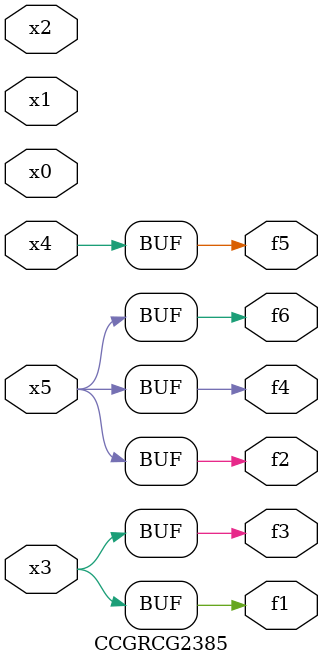
<source format=v>
module CCGRCG2385(
	input x0, x1, x2, x3, x4, x5,
	output f1, f2, f3, f4, f5, f6
);
	assign f1 = x3;
	assign f2 = x5;
	assign f3 = x3;
	assign f4 = x5;
	assign f5 = x4;
	assign f6 = x5;
endmodule

</source>
